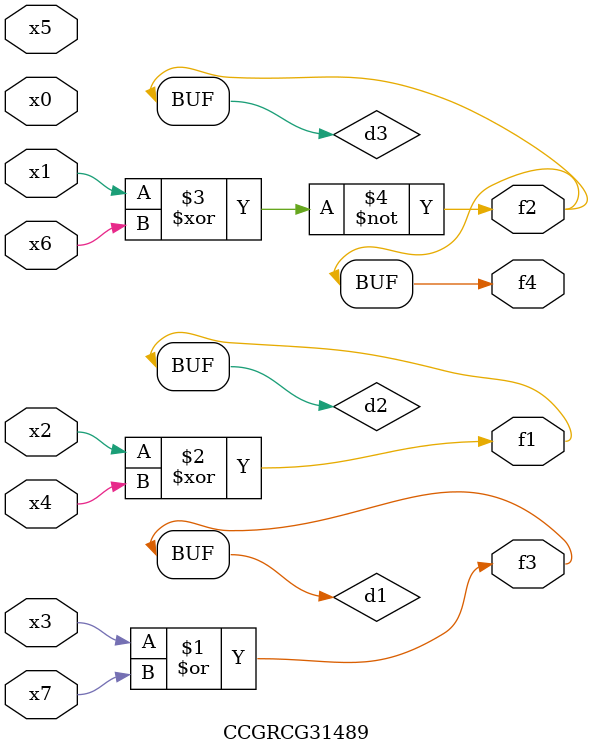
<source format=v>
module CCGRCG31489(
	input x0, x1, x2, x3, x4, x5, x6, x7,
	output f1, f2, f3, f4
);

	wire d1, d2, d3;

	or (d1, x3, x7);
	xor (d2, x2, x4);
	xnor (d3, x1, x6);
	assign f1 = d2;
	assign f2 = d3;
	assign f3 = d1;
	assign f4 = d3;
endmodule

</source>
